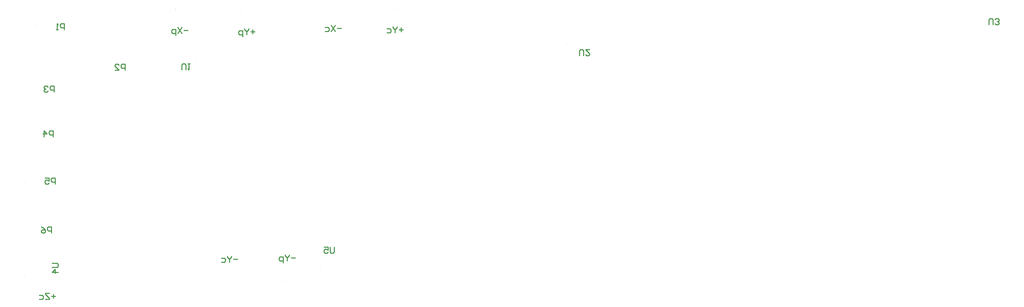
<source format=gbo>
G04 Layer_Color=32896*
%FSLAX42Y42*%
%MOMM*%
G71*
G01*
G75*
%ADD13C,0.25*%
%ADD35C,0.10*%
D13*
X1905Y4432D02*
Y4585D01*
X1829D01*
X1803Y4559D01*
Y4508D01*
X1829Y4483D01*
X1905D01*
X1676Y4432D02*
Y4585D01*
X1753Y4508D01*
X1651D01*
X3708Y6109D02*
Y6261D01*
X3632D01*
X3607Y6236D01*
Y6185D01*
X3632Y6159D01*
X3708D01*
X3454Y6109D02*
X3556D01*
X3454Y6210D01*
Y6236D01*
X3480Y6261D01*
X3531D01*
X3556Y6236D01*
X1867Y2019D02*
Y2172D01*
X1791D01*
X1765Y2146D01*
Y2095D01*
X1791Y2070D01*
X1867D01*
X1613Y2172D02*
X1664Y2146D01*
X1715Y2095D01*
Y2045D01*
X1689Y2019D01*
X1638D01*
X1613Y2045D01*
Y2070D01*
X1638Y2095D01*
X1715D01*
X6528Y1359D02*
X6426D01*
X6375Y1435D02*
Y1410D01*
X6325Y1359D01*
X6274Y1410D01*
Y1435D01*
X6325Y1359D02*
Y1283D01*
X6122Y1384D02*
X6198D01*
X6223Y1359D01*
Y1308D01*
X6198Y1283D01*
X6122D01*
X25362Y7252D02*
Y7379D01*
X25387Y7404D01*
X25438D01*
X25463Y7379D01*
Y7252D01*
X25514Y7277D02*
X25540Y7252D01*
X25590D01*
X25616Y7277D01*
Y7303D01*
X25590Y7328D01*
X25565D01*
X25590D01*
X25616Y7353D01*
Y7379D01*
X25590Y7404D01*
X25540D01*
X25514Y7379D01*
X15100Y6477D02*
Y6604D01*
X15126Y6629D01*
X15176D01*
X15202Y6604D01*
Y6477D01*
X15354Y6629D02*
X15253D01*
X15354Y6528D01*
Y6502D01*
X15329Y6477D01*
X15278D01*
X15253Y6502D01*
X5131Y6121D02*
Y6248D01*
X5156Y6274D01*
X5207D01*
X5232Y6248D01*
Y6121D01*
X5283Y6274D02*
X5334D01*
X5309D01*
Y6121D01*
X5283Y6147D01*
X1930Y5563D02*
Y5715D01*
X1854D01*
X1829Y5690D01*
Y5639D01*
X1854Y5613D01*
X1930D01*
X1778Y5690D02*
X1753Y5715D01*
X1702D01*
X1676Y5690D01*
Y5664D01*
X1702Y5639D01*
X1727D01*
X1702D01*
X1676Y5613D01*
Y5588D01*
X1702Y5563D01*
X1753D01*
X1778Y5588D01*
X2184Y7125D02*
Y7277D01*
X2108D01*
X2083Y7252D01*
Y7201D01*
X2108Y7175D01*
X2184D01*
X2032Y7125D02*
X1981D01*
X2007D01*
Y7277D01*
X2032Y7252D01*
X1956Y3251D02*
Y3404D01*
X1880D01*
X1854Y3378D01*
Y3327D01*
X1880Y3302D01*
X1956D01*
X1702Y3404D02*
X1803D01*
Y3327D01*
X1753Y3353D01*
X1727D01*
X1702Y3327D01*
Y3277D01*
X1727Y3251D01*
X1778D01*
X1803Y3277D01*
X9131Y7163D02*
X9030D01*
X8979Y7239D02*
X8877Y7087D01*
Y7239D02*
X8979Y7087D01*
X8725Y7188D02*
X8801D01*
X8827Y7163D01*
Y7112D01*
X8801Y7087D01*
X8725D01*
X5283Y7112D02*
X5182D01*
X5131Y7188D02*
X5029Y7036D01*
Y7188D02*
X5131Y7036D01*
X4978Y6985D02*
Y7137D01*
X4902D01*
X4877Y7112D01*
Y7061D01*
X4902Y7036D01*
X4978D01*
X7976Y1397D02*
X7874D01*
X7823Y1473D02*
Y1448D01*
X7772Y1397D01*
X7722Y1448D01*
Y1473D01*
X7772Y1397D02*
Y1321D01*
X7671Y1270D02*
Y1422D01*
X7595D01*
X7569Y1397D01*
Y1346D01*
X7595Y1321D01*
X7671D01*
X10681Y7125D02*
X10579D01*
X10630Y7175D02*
Y7074D01*
X10528Y7201D02*
Y7175D01*
X10478Y7125D01*
X10427Y7175D01*
Y7201D01*
X10478Y7125D02*
Y7049D01*
X10274Y7150D02*
X10351D01*
X10376Y7125D01*
Y7074D01*
X10351Y7049D01*
X10274D01*
X6960Y7074D02*
X6858D01*
X6909Y7125D02*
Y7023D01*
X6807Y7150D02*
Y7125D01*
X6756Y7074D01*
X6706Y7125D01*
Y7150D01*
X6756Y7074D02*
Y6998D01*
X6655Y6947D02*
Y7099D01*
X6579D01*
X6553Y7074D01*
Y7023D01*
X6579Y6998D01*
X6655D01*
X1968Y432D02*
X1867D01*
X1918Y483D02*
Y381D01*
X1816Y508D02*
X1715D01*
Y483D01*
X1816Y381D01*
Y356D01*
X1715D01*
X1562Y457D02*
X1638D01*
X1664Y432D01*
Y381D01*
X1638Y356D01*
X1562D01*
X1880Y1257D02*
X2007D01*
X2032Y1232D01*
Y1181D01*
X2007Y1156D01*
X1880D01*
X2032Y1029D02*
X1880D01*
X1956Y1105D01*
Y1003D01*
X8954Y1664D02*
Y1537D01*
X8928Y1511D01*
X8877D01*
X8852Y1537D01*
Y1664D01*
X8700D02*
X8801D01*
Y1587D01*
X8750Y1613D01*
X8725D01*
X8700Y1587D01*
Y1537D01*
X8725Y1511D01*
X8776D01*
X8801Y1537D01*
D35*
X8611Y1180D02*
G03*
X8611Y1180I-5J0D01*
G01*
X2982Y6276D02*
G03*
X2982Y6276I-5J0D01*
G01*
X1227Y5629D02*
G03*
X1227Y5629I-5J0D01*
G01*
X1509Y7229D02*
G03*
X1509Y7229I-5J0D01*
G01*
X1204Y2110D02*
G03*
X1204Y2110I-5J0D01*
G01*
X1217Y3279D02*
G03*
X1217Y3279I-5J0D01*
G01*
Y4447D02*
G03*
X1217Y4447I-5J0D01*
G01*
X4983Y7642D02*
G03*
X4983Y7642I-5J0D01*
G01*
X6650Y7617D02*
G03*
X6650Y7617I-5J0D01*
G01*
X9009Y7680D02*
G03*
X9009Y7680I-5J0D01*
G01*
X10457Y7666D02*
G03*
X10457Y7666I-5J0D01*
G01*
X6330Y803D02*
G03*
X6330Y803I-5J0D01*
G01*
X24972Y7497D02*
G03*
X24972Y7497I-5J0D01*
G01*
X14774Y6761D02*
G03*
X14774Y6761I-5J0D01*
G01*
X5503Y6410D02*
G03*
X5503Y6410I-5J0D01*
G01*
X2143Y979D02*
G03*
X2143Y979I-5J0D01*
G01*
X7740Y816D02*
G03*
X7740Y816I-5J0D01*
G01*
X1204Y929D02*
G03*
X1204Y929I-5J0D01*
G01*
M02*

</source>
